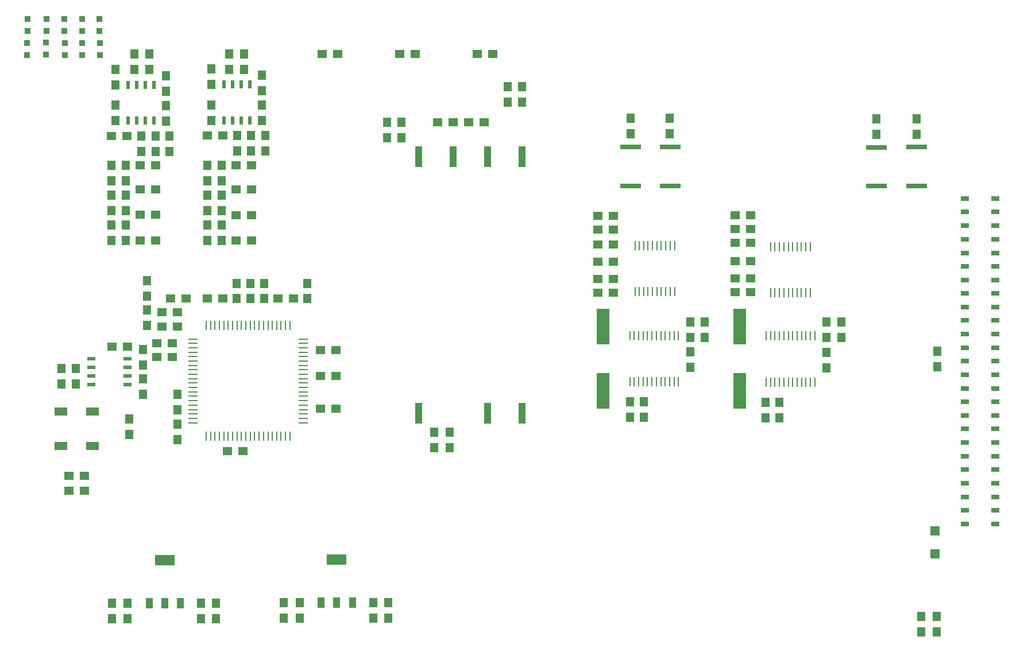
<source format=gbr>
%FSLAX23Y23*%
%MOIN*%
G04 EasyPC Gerber Version 17.0 Build 3379 *
%ADD154R,0.00723X0.05337*%
%ADD150R,0.01054X0.05778*%
%ADD153R,0.05337X0.00723*%
%ADD111R,0.01959X0.04912*%
%ADD115R,0.04912X0.01959*%
%ADD151R,0.12400X0.02900*%
%ADD117R,0.03337X0.03691*%
%ADD112R,0.03888X0.05896*%
%ADD156R,0.04124X0.11998*%
%ADD110R,0.04900X0.05400*%
%ADD152R,0.07274X0.21054*%
%ADD75R,0.04912X0.02904*%
%ADD155R,0.07668X0.04518*%
%ADD116R,0.05700X0.05700*%
%ADD114R,0.05400X0.04900*%
%ADD113R,0.11211X0.05896*%
X0Y0D02*
D02*
D75*
X5539Y795D03*
Y873D03*
Y952D03*
Y1031D03*
Y1110D03*
Y1188D03*
Y1267D03*
Y1346D03*
Y1425D03*
Y1503D03*
Y1582D03*
Y1661D03*
Y1740D03*
Y1818D03*
Y1897D03*
Y1976D03*
Y2054D03*
Y2133D03*
Y2212D03*
Y2291D03*
Y2369D03*
Y2448D03*
Y2527D03*
Y2606D03*
Y2684D03*
X5716Y795D03*
Y873D03*
Y952D03*
Y1031D03*
Y1110D03*
Y1188D03*
Y1267D03*
Y1346D03*
Y1425D03*
Y1503D03*
Y1582D03*
Y1661D03*
Y1740D03*
Y1818D03*
Y1897D03*
Y1976D03*
Y2054D03*
Y2133D03*
Y2212D03*
Y2291D03*
Y2369D03*
Y2448D03*
Y2527D03*
Y2606D03*
Y2684D03*
D02*
D110*
X293Y1608D03*
Y1698D03*
X378Y1608D03*
Y1698D03*
X585Y2441D03*
Y2531D03*
Y2615D03*
Y2705D03*
Y2787D03*
Y2877D03*
X588Y243D03*
Y333D03*
X608Y3137D03*
Y3227D03*
Y3343D03*
Y3433D03*
X667Y2441D03*
Y2531D03*
Y2615D03*
Y2705D03*
Y2788D03*
Y2878D03*
X678Y243D03*
Y333D03*
X688Y1313D03*
Y1403D03*
X718Y3433D03*
Y3523D03*
X757Y2959D03*
Y3049D03*
X768Y1548D03*
Y1638D03*
Y1718D03*
Y1808D03*
X790Y1948D03*
Y2038D03*
Y2118D03*
Y2208D03*
X803Y3433D03*
Y3523D03*
X840Y2959D03*
Y3049D03*
X902Y3134D03*
Y3224D03*
Y3308D03*
Y3398D03*
X922Y2959D03*
Y3049D03*
X968Y1283D03*
Y1373D03*
Y1458D03*
Y1548D03*
X1103Y243D03*
Y333D03*
X1140Y2441D03*
Y2531D03*
Y2613D03*
Y2703D03*
Y2787D03*
Y2877D03*
X1164Y3138D03*
Y3228D03*
Y3347D03*
Y3437D03*
X1192Y243D03*
Y333D03*
X1224Y2441D03*
Y2531D03*
Y2615D03*
Y2705D03*
Y2788D03*
Y2878D03*
X1269Y3433D03*
Y3523D03*
X1310Y2103D03*
Y2192D03*
X1313Y2962D03*
Y3052D03*
X1353Y3433D03*
Y3523D03*
X1390Y2103D03*
Y2192D03*
X1395Y2962D03*
Y3052D03*
X1457Y3138D03*
Y3228D03*
Y3312D03*
Y3402D03*
X1470Y2103D03*
Y2192D03*
X1477Y2962D03*
Y3052D03*
X1583Y246D03*
Y336D03*
X1677Y246D03*
Y336D03*
X1722Y2103D03*
Y2192D03*
X2103Y248D03*
Y338D03*
X2183Y3038D03*
Y3128D03*
X2192Y248D03*
Y338D03*
X2268Y3038D03*
Y3128D03*
X2458Y1238D03*
Y1328D03*
X2547Y1238D03*
Y1328D03*
X2883Y3243D03*
Y3333D03*
X2968Y3243D03*
Y3333D03*
X3593Y1413D03*
Y1503D03*
X3599Y3062D03*
Y3152D03*
X3673Y1413D03*
Y1503D03*
X3826Y3060D03*
Y3150D03*
X3943Y1703D03*
Y1793D03*
Y1878D03*
Y1968D03*
X4028Y1878D03*
Y1968D03*
X4380Y1411D03*
Y1501D03*
X4460Y1411D03*
Y1501D03*
X4735Y1701D03*
Y1791D03*
Y1876D03*
Y1966D03*
X4820Y1876D03*
Y1966D03*
X5023Y3058D03*
Y3148D03*
X5258Y3058D03*
Y3148D03*
X5283Y168D03*
Y258D03*
X5373Y168D03*
Y258D03*
X5378Y1708D03*
Y1798D03*
D02*
D111*
X681Y3136D03*
Y3345D03*
X731Y3136D03*
Y3345D03*
X781Y3136D03*
Y3345D03*
X831Y3136D03*
Y3345D03*
X1238Y3138D03*
Y3347D03*
X1288Y3138D03*
Y3347D03*
X1338Y3138D03*
Y3347D03*
X1388Y3138D03*
Y3347D03*
D02*
D112*
X803Y333D03*
X893D03*
X984D03*
X1802Y337D03*
X1892D03*
X1983D03*
D02*
D113*
X893Y583D03*
X1892Y587D03*
D02*
D114*
X338Y988D03*
Y1073D03*
X428Y988D03*
Y1073D03*
X585Y3049D03*
X588Y1823D03*
X675Y3049D03*
X678Y1823D03*
X750Y2440D03*
Y2590D03*
Y2736D03*
Y2878D03*
X840Y2440D03*
Y2590D03*
Y2736D03*
Y2878D03*
X848Y1763D03*
Y1843D03*
X877Y1942D03*
Y2023D03*
X928Y2103D03*
X938Y1763D03*
Y1843D03*
X968Y1942D03*
Y2023D03*
X1018Y2103D03*
X1140D03*
X1140Y3052D03*
X1230Y2103D03*
X1230Y3052D03*
X1258Y1218D03*
X1307Y2440D03*
Y2589D03*
Y2737D03*
Y2879D03*
X1348Y1218D03*
X1397Y2440D03*
Y2589D03*
Y2737D03*
Y2879D03*
X1550Y2103D03*
X1640D03*
X1798Y1463D03*
Y1653D03*
Y1803D03*
X1808Y3523D03*
X1888Y1463D03*
Y1653D03*
Y1803D03*
X1898Y3523D03*
X2258D03*
X2348D03*
X2478Y3128D03*
X2568D03*
X2658D03*
X2708Y3525D03*
X2748Y3128D03*
X2798Y3525D03*
X3408Y2138D03*
Y2217D03*
Y2317D03*
Y2418D03*
Y2503D03*
Y2583D03*
X3498Y2138D03*
Y2217D03*
Y2317D03*
Y2418D03*
Y2503D03*
Y2583D03*
X4205Y2141D03*
Y2221D03*
Y2321D03*
Y2426D03*
Y2506D03*
Y2586D03*
X4295Y2141D03*
Y2221D03*
Y2321D03*
Y2426D03*
Y2506D03*
Y2586D03*
D02*
D115*
X468Y1603D03*
Y1653D03*
Y1703D03*
Y1753D03*
X677Y1603D03*
Y1653D03*
Y1703D03*
Y1753D03*
D02*
D116*
X5363Y621D03*
Y755D03*
D02*
D117*
X96Y3519D03*
Y3589D03*
X97Y3658D03*
Y3728D03*
X206Y3520D03*
Y3590D03*
X207Y3658D03*
Y3728D03*
X312Y3658D03*
Y3728D03*
X313Y3518D03*
Y3588D03*
X413Y3518D03*
Y3588D03*
X413Y3658D03*
Y3728D03*
X516Y3658D03*
Y3728D03*
X518Y3518D03*
Y3588D03*
D02*
D150*
X3594Y1620D03*
Y1889D03*
X3619Y1620D03*
Y1889D03*
X3623Y2143D03*
Y2412D03*
X3645Y1620D03*
Y1889D03*
X3648Y2143D03*
Y2412D03*
X3671Y1620D03*
Y1889D03*
X3674Y2143D03*
Y2412D03*
X3696Y1620D03*
Y1889D03*
X3699Y2143D03*
Y2412D03*
X3722Y1620D03*
Y1889D03*
X3725Y2143D03*
Y2412D03*
X3747Y1620D03*
Y1889D03*
X3750Y2143D03*
Y2412D03*
X3773Y1620D03*
Y1889D03*
X3776Y2143D03*
Y2412D03*
X3798Y1620D03*
Y1889D03*
X3802Y2143D03*
Y2412D03*
X3824Y1620D03*
Y1889D03*
X3827Y2143D03*
Y2412D03*
X3850Y1620D03*
Y1889D03*
X3853Y2143D03*
Y2412D03*
X3875Y1620D03*
Y1889D03*
X4385Y1618D03*
Y1888D03*
X4410Y2136D03*
Y2405D03*
X4411Y1618D03*
Y1888D03*
X4436Y2136D03*
Y2405D03*
X4436Y1618D03*
Y1888D03*
X4461Y2136D03*
Y2405D03*
X4462Y1618D03*
Y1888D03*
X4487Y2136D03*
Y2405D03*
X4488Y1618D03*
Y1888D03*
X4513Y2136D03*
Y2405D03*
X4513Y1618D03*
Y1888D03*
X4538Y2136D03*
Y2405D03*
X4539Y1618D03*
Y1888D03*
X4564Y2136D03*
Y2405D03*
X4564Y1618D03*
Y1888D03*
X4589Y2136D03*
Y2405D03*
X4590Y1618D03*
Y1888D03*
X4615Y2136D03*
Y2405D03*
X4615Y1618D03*
Y1888D03*
X4640Y2136D03*
Y2405D03*
X4641Y1618D03*
Y1888D03*
X4667Y1618D03*
Y1888D03*
D02*
D151*
X3598Y2758D03*
Y2983D03*
X3828Y2758D03*
Y2983D03*
X5023Y2757D03*
Y2982D03*
X5258Y2758D03*
Y2983D03*
D02*
D152*
X3438Y1568D03*
Y1942D03*
X4230Y1566D03*
Y1940D03*
D02*
D153*
X1057Y1382D03*
Y1408D03*
Y1434D03*
Y1459D03*
Y1485D03*
Y1510D03*
Y1536D03*
Y1562D03*
Y1587D03*
Y1613D03*
Y1638D03*
Y1664D03*
Y1690D03*
Y1715D03*
Y1741D03*
Y1766D03*
Y1792D03*
Y1818D03*
Y1843D03*
Y1869D03*
X1698Y1382D03*
Y1408D03*
Y1434D03*
Y1459D03*
Y1485D03*
Y1510D03*
Y1536D03*
Y1562D03*
Y1587D03*
Y1613D03*
Y1638D03*
Y1664D03*
Y1690D03*
Y1715D03*
Y1741D03*
Y1766D03*
Y1792D03*
Y1818D03*
Y1843D03*
Y1869D03*
D02*
D154*
X1134Y1305D03*
Y1946D03*
X1160Y1305D03*
Y1946D03*
X1186Y1305D03*
Y1946D03*
X1211Y1305D03*
Y1946D03*
X1237Y1305D03*
Y1946D03*
X1262Y1305D03*
Y1946D03*
X1288Y1305D03*
Y1946D03*
X1313Y1305D03*
Y1946D03*
X1339Y1305D03*
Y1946D03*
X1365Y1305D03*
Y1946D03*
X1390Y1305D03*
Y1946D03*
X1416Y1305D03*
Y1946D03*
X1441Y1305D03*
Y1946D03*
X1467Y1305D03*
Y1946D03*
X1493Y1305D03*
Y1946D03*
X1518Y1305D03*
Y1946D03*
X1544Y1305D03*
Y1946D03*
X1569Y1305D03*
Y1946D03*
X1595Y1305D03*
Y1946D03*
X1621Y1305D03*
Y1946D03*
D02*
D155*
X291Y1248D03*
Y1448D03*
X473Y1248D03*
Y1448D03*
D02*
D156*
X2368Y1438D03*
Y2926D03*
X2568D03*
X2768Y1438D03*
Y2926D03*
X2968Y1438D03*
Y2926D03*
X0Y0D02*
M02*

</source>
